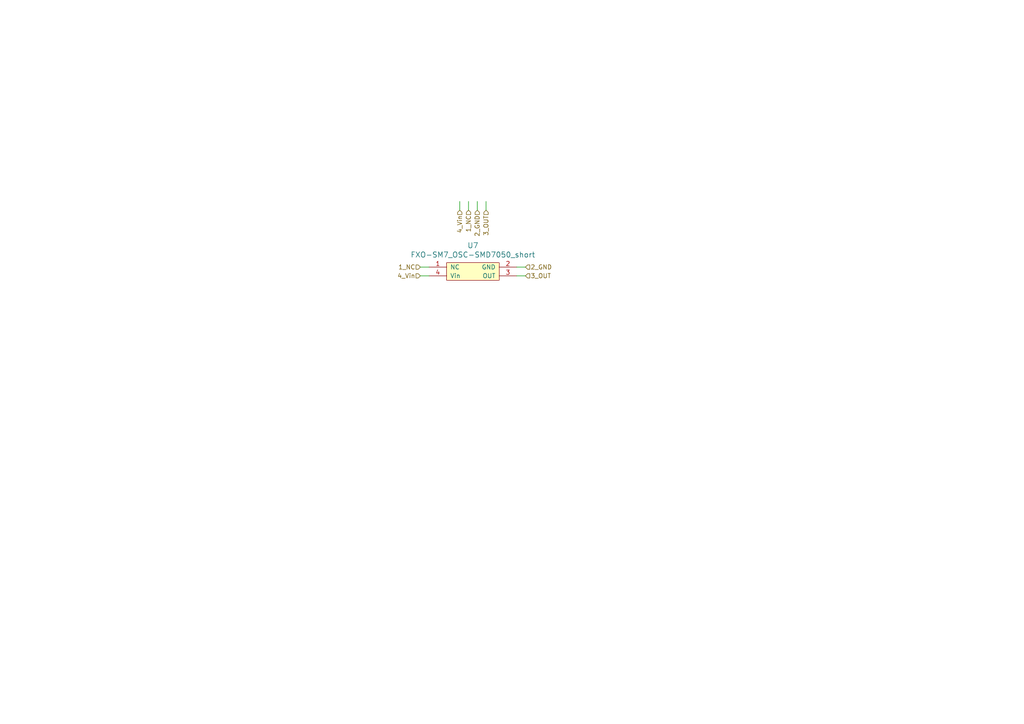
<source format=kicad_sch>
(kicad_sch (version 20210621) (generator eeschema)
  (paper "A4")
  (lib_symbols
    (symbol "FreeEEG32-ads131-rescue:FXO-SM7_OSC-SMD7050_short-fxo-sm7_osc-smd7050" (pin_names (offset 1.016))
      (property "Reference" "U" (at 0 0 0))
      (property "Value" "FXO-SM7_OSC-SMD7050_short-fxo-sm7_osc-smd7050" (at 0 3.81 0))
      (symbol "FXO-SM7_OSC-SMD7050_short-fxo-sm7_osc-smd7050_0_1"
        (rectangle (start 7.62 2.54) (end -7.62 -2.54) (fill (type background)))
      )
      (symbol "FXO-SM7_OSC-SMD7050_short-fxo-sm7_osc-smd7050_1_1"
        (pin input line (at -12.7 1.27 0) (length 5.08) (name "NC") (number "1"))
        (pin power_in line (at 12.7 1.27 180) (length 5.08) (name "GND") (number "2"))
        (pin output line (at 12.7 -1.27 180) (length 5.08) (name "OUT") (number "3"))
        (pin power_in line (at -12.7 -1.27 0) (length 5.08) (name "Vin") (number "4"))
      )
    )
  )
  (wire (pts (xy 121.92 77.47) (xy 124.46 77.47)))
  (wire (pts (xy 121.92 80.01) (xy 124.46 80.01)))
  (wire (pts (xy 133.35 60.96) (xy 133.35 58.42)))
  (wire (pts (xy 135.89 60.96) (xy 135.89 58.42)))
  (wire (pts (xy 138.43 60.96) (xy 138.43 58.42)))
  (wire (pts (xy 140.97 60.96) (xy 140.97 58.42)))
  (wire (pts (xy 152.4 77.47) (xy 149.86 77.47)))
  (wire (pts (xy 152.4 80.01) (xy 149.86 80.01)))
  (hierarchical_label "1_NC" (shape input) (at 121.92 77.47 180))
  (hierarchical_label "4_Vin" (shape input) (at 121.92 80.01 180))
  (hierarchical_label "4_Vin" (shape input) (at 133.35 60.96 270))
  (hierarchical_label "1_NC" (shape input) (at 135.89 60.96 270))
  (hierarchical_label "2_GND" (shape input) (at 138.43 60.96 270))
  (hierarchical_label "3_OUT" (shape input) (at 140.97 60.96 270))
  (hierarchical_label "2_GND" (shape input) (at 152.4 77.47 0))
  (hierarchical_label "3_OUT" (shape input) (at 152.4 80.01 0))
  (symbol (lib_id "FreeEEG32-ads131-rescue:FXO-SM7_OSC-SMD7050_short-fxo-sm7_osc-smd7050") (at 137.16 78.74 0) (unit 1)
    (property "Reference" "U7" (at 137.16 71.1962 0) (effects (font (size 1.524 1.524))))
    (property "Value" "FXO-SM7_OSC-SMD7050_short" (at 137.16 73.8886 0) (effects (font (size 1.524 1.524))))
    (property "Footprint" "Oscillator:Oscillator_SMD_EuroQuartz_XO91-4Pin_7.0x5.0mm_HandSoldering" (effects hide))
    (property "MNP" "CB3LV-3I-8M1920" (effects hide))
  )
)
</source>
